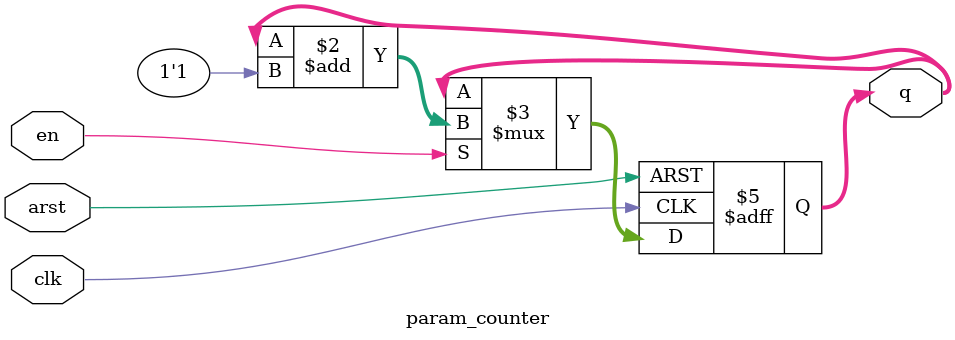
<source format=sv>
module param_counter #(
    parameter int N = 6,                           // ancho (bits)
    parameter logic [N-1:0] INIT = '0              // valor tras reset
) (
    input  logic             clk,                  // reloj
    input  logic             arst,                 // reset asíncrono, activo en 1
    input  logic             en,                   // enable (1 = incrementa)
    output logic [N-1:0]     q                     // salida
);

    always_ff @(posedge clk or posedge arst) begin
        if (arst) begin
            q <= INIT;                             // reset inmediato (asíncrono)
        end else if (en) begin
            q <= q + 1'b1;                         // suma módulo 2^N
        end
        // si en=0, mantiene q
    end

endmodule	
</source>
